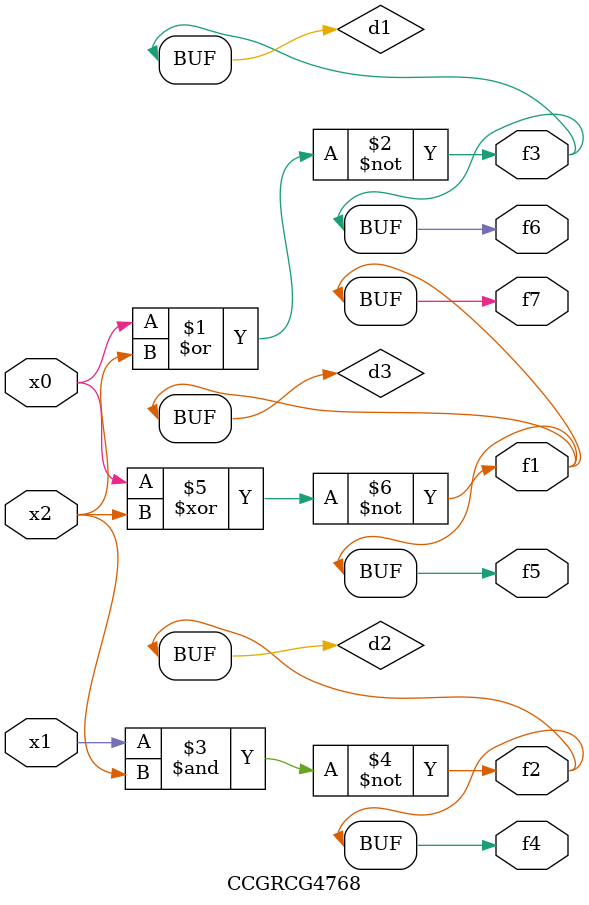
<source format=v>
module CCGRCG4768(
	input x0, x1, x2,
	output f1, f2, f3, f4, f5, f6, f7
);

	wire d1, d2, d3;

	nor (d1, x0, x2);
	nand (d2, x1, x2);
	xnor (d3, x0, x2);
	assign f1 = d3;
	assign f2 = d2;
	assign f3 = d1;
	assign f4 = d2;
	assign f5 = d3;
	assign f6 = d1;
	assign f7 = d3;
endmodule

</source>
